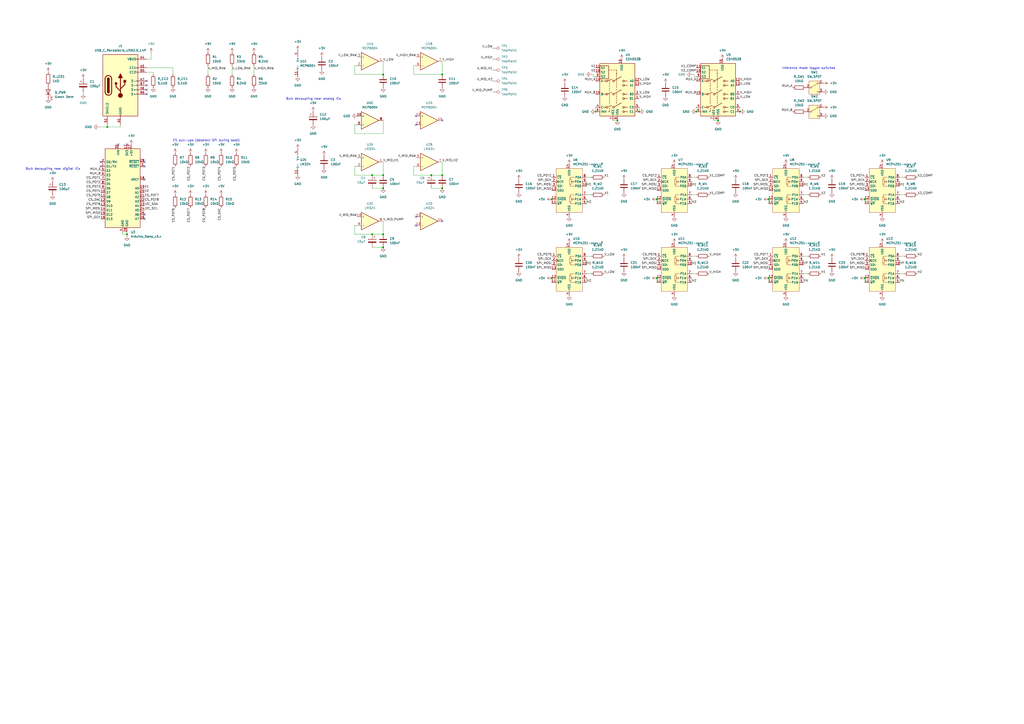
<source format=kicad_sch>
(kicad_sch (version 20250114) (generator "eeschema") (generator_version "9.0")
  (paper "A2")
  (text "Bulk decoupling near digital ICs" (at 30.734 98.044 0) (effects (font (size 1.27 1.27))))
  (text "Bulk decoupling near analog ICs" (at 181.864 57.404 0) (effects (font (size 1.27 1.27))))
  (text "Inference mode toggle switches" (at 469.138 39.624 0) (effects (font (size 1.27 1.27))))
  (text "CS pull-ups (deselect SPI during boot)" (at 119.634 81.534 0) (effects (font (size 1.27 1.27))))
  (junction (at 429.26 64.77))
  (junction (at 256.54 43.18))
  (junction (at 381 161.29))
  (junction (at 215.9 101.6))
  (junction (at 73.66 135.89))
  (junction (at 501.65 115.57))
  (junction (at 222.25 135.89))
  (junction (at 358.14 69.85))
  (junction (at 345.44 64.77))
  (junction (at 320.04 161.29))
  (junction (at 222.25 101.6))
  (junction (at 370.84 64.77))
  (junction (at 320.04 115.57))
  (junction (at 222.25 109.22))
  (junction (at 501.65 161.29))
  (junction (at 250.19 101.6))
  (junction (at 445.77 115.57))
  (junction (at 256.54 109.22))
  (junction (at 403.86 64.77))
  (junction (at 62.23 73.66))
  (junction (at 215.9 135.89))
  (junction (at 381 115.57))
  (junction (at 222.25 143.51))
  (junction (at 256.54 101.6))
  (junction (at 416.56 69.85))
  (junction (at 222.25 43.18))
  (junction (at 445.77 161.29))
  (no_connect (at 83.82 127))
  (no_connect (at 241.3 72.39))
  (no_connect (at 83.82 96.52))
  (no_connect (at 256.54 69.85))
  (no_connect (at 241.3 130.81))
  (no_connect (at 85.09 49.53))
  (no_connect (at 85.09 46.99))
  (no_connect (at 83.82 104.14))
  (no_connect (at 85.09 54.61))
  (no_connect (at 83.82 124.46))
  (no_connect (at 241.3 67.31))
  (no_connect (at 241.3 125.73))
  (no_connect (at 58.42 93.98))
  (no_connect (at 256.54 128.27))
  (no_connect (at 73.66 83.82))
  (no_connect (at 85.09 52.07))
  (no_connect (at 83.82 93.98))
  (no_connect (at 58.42 96.52))
  (no_connect (at 68.58 83.82))
  (wire (pts (xy 205.74 101.6) (xy 205.74 96.52)))
  (wire (pts (xy 401.32 115.57) (xy 401.32 118.11)))
  (wire (pts (xy 344.17 43.18) (xy 344.17 44.45)))
  (wire (pts (xy 501.65 115.57) (xy 501.65 118.11)))
  (wire (pts (xy 342.9 102.87) (xy 340.36 102.87)))
  (wire (pts (xy 215.9 135.89) (xy 205.74 135.89)))
  (wire (pts (xy 205.74 135.89) (xy 205.74 130.81)))
  (wire (pts (xy 342.9 148.59) (xy 340.36 148.59)))
  (wire (pts (xy 340.36 105.41) (xy 340.36 107.95)))
  (wire (pts (xy 340.36 115.57) (xy 340.36 118.11)))
  (wire (pts (xy 403.86 113.03) (xy 401.32 113.03)))
  (wire (pts (xy 205.74 96.52) (xy 207.01 96.52)))
  (wire (pts (xy 250.19 101.6) (xy 256.54 101.6)))
  (wire (pts (xy 524.51 158.75) (xy 521.97 158.75)))
  (wire (pts (xy 403.86 102.87) (xy 401.32 102.87)))
  (wire (pts (xy 85.09 41.91) (xy 88.9 41.91)))
  (wire (pts (xy 240.03 43.18) (xy 240.03 38.1)))
  (wire (pts (xy 205.74 72.39) (xy 207.01 72.39)))
  (wire (pts (xy 342.9 43.18) (xy 344.17 43.18)))
  (wire (pts (xy 401.32 105.41) (xy 401.32 107.95)))
  (wire (pts (xy 240.03 101.6) (xy 240.03 96.52)))
  (wire (pts (xy 521.97 151.13) (xy 521.97 153.67)))
  (wire (pts (xy 222.25 35.56) (xy 222.25 43.18)))
  (wire (pts (xy 429.26 62.23) (xy 429.26 64.77)))
  (wire (pts (xy 57.15 73.66) (xy 62.23 73.66)))
  (wire (pts (xy 205.74 101.6) (xy 215.9 101.6)))
  (wire (pts (xy 215.9 109.22) (xy 222.25 109.22)))
  (wire (pts (xy 222.25 69.85) (xy 222.25 77.47)))
  (wire (pts (xy 62.23 72.39) (xy 62.23 73.66)))
  (wire (pts (xy 215.9 101.6) (xy 222.25 101.6)))
  (wire (pts (xy 250.19 109.22) (xy 256.54 109.22)))
  (wire (pts (xy 215.9 143.51) (xy 222.25 143.51)))
  (wire (pts (xy 401.32 43.18) (xy 402.59 43.18)))
  (wire (pts (xy 69.85 73.66) (xy 62.23 73.66)))
  (wire (pts (xy 222.25 128.27) (xy 222.25 135.89)))
  (wire (pts (xy 401.32 151.13) (xy 401.32 153.67)))
  (wire (pts (xy 256.54 93.98) (xy 256.54 101.6)))
  (wire (pts (xy 501.65 161.29) (xy 501.65 163.83)))
  (wire (pts (xy 73.66 135.89) (xy 73.66 137.16)))
  (wire (pts (xy 222.25 77.47) (xy 205.74 77.47)))
  (wire (pts (xy 134.62 38.1) (xy 134.62 43.18)))
  (wire (pts (xy 340.36 161.29) (xy 340.36 163.83)))
  (wire (pts (xy 73.66 134.62) (xy 73.66 135.89)))
  (wire (pts (xy 414.02 69.85) (xy 416.56 69.85)))
  (wire (pts (xy 48.26 53.34) (xy 48.26 54.61)))
  (wire (pts (xy 381 115.57) (xy 381 118.11)))
  (wire (pts (xy 205.74 130.81) (xy 207.01 130.81)))
  (wire (pts (xy 468.63 158.75) (xy 466.09 158.75)))
  (wire (pts (xy 256.54 35.56) (xy 256.54 43.18)))
  (wire (pts (xy 85.09 34.29) (xy 87.63 34.29)))
  (wire (pts (xy 71.12 135.89) (xy 73.66 135.89)))
  (wire (pts (xy 521.97 161.29) (xy 521.97 163.83)))
  (wire (pts (xy 403.86 158.75) (xy 401.32 158.75)))
  (wire (pts (xy 250.19 101.6) (xy 240.03 101.6)))
  (wire (pts (xy 445.77 161.29) (xy 445.77 163.83)))
  (wire (pts (xy 468.63 102.87) (xy 466.09 102.87)))
  (wire (pts (xy 222.25 93.98) (xy 222.25 101.6)))
  (wire (pts (xy 524.51 148.59) (xy 521.97 148.59)))
  (wire (pts (xy 342.9 158.75) (xy 340.36 158.75)))
  (wire (pts (xy 147.32 38.1) (xy 147.32 43.18)))
  (wire (pts (xy 521.97 115.57) (xy 521.97 118.11)))
  (wire (pts (xy 466.09 105.41) (xy 466.09 107.95)))
  (wire (pts (xy 521.97 105.41) (xy 521.97 107.95)))
  (wire (pts (xy 468.63 113.03) (xy 466.09 113.03)))
  (wire (pts (xy 240.03 96.52) (xy 241.3 96.52)))
  (wire (pts (xy 403.86 62.23) (xy 403.86 64.77)))
  (wire (pts (xy 468.63 148.59) (xy 466.09 148.59)))
  (wire (pts (xy 205.74 38.1) (xy 207.01 38.1)))
  (wire (pts (xy 466.09 115.57) (xy 466.09 118.11)))
  (wire (pts (xy 524.51 113.03) (xy 521.97 113.03)))
  (wire (pts (xy 120.65 38.1) (xy 120.65 43.18)))
  (wire (pts (xy 71.12 134.62) (xy 71.12 135.89)))
  (wire (pts (xy 401.32 161.29) (xy 401.32 163.83)))
  (wire (pts (xy 381 161.29) (xy 381 163.83)))
  (wire (pts (xy 205.74 77.47) (xy 205.74 72.39)))
  (wire (pts (xy 402.59 44.45) (xy 403.86 44.45)))
  (wire (pts (xy 87.63 34.29) (xy 87.63 30.48)))
  (wire (pts (xy 88.9 41.91) (xy 88.9 43.18)))
  (wire (pts (xy 205.74 43.18) (xy 205.74 38.1)))
  (wire (pts (xy 240.03 38.1) (xy 241.3 38.1)))
  (wire (pts (xy 222.25 43.18) (xy 205.74 43.18)))
  (wire (pts (xy 402.59 43.18) (xy 402.59 44.45)))
  (wire (pts (xy 69.85 72.39) (xy 69.85 73.66)))
  (wire (pts (xy 344.17 44.45) (xy 345.44 44.45)))
  (wire (pts (xy 222.25 135.89) (xy 215.9 135.89)))
  (wire (pts (xy 524.51 102.87) (xy 521.97 102.87)))
  (wire (pts (xy 85.09 39.37) (xy 100.33 39.37)))
  (wire (pts (xy 320.04 161.29) (xy 320.04 163.83)))
  (wire (pts (xy 342.9 113.03) (xy 340.36 113.03)))
  (wire (pts (xy 370.84 62.23) (xy 370.84 64.77)))
  (wire (pts (xy 355.6 69.85) (xy 358.14 69.85)))
  (wire (pts (xy 340.36 151.13) (xy 340.36 153.67)))
  (wire (pts (xy 466.09 151.13) (xy 466.09 153.67)))
  (wire (pts (xy 403.86 148.59) (xy 401.32 148.59)))
  (wire (pts (xy 256.54 43.18) (xy 240.03 43.18)))
  (wire (pts (xy 445.77 115.57) (xy 445.77 118.11)))
  (wire (pts (xy 100.33 39.37) (xy 100.33 43.18)))
  (wire (pts (xy 345.44 62.23) (xy 345.44 64.77)))
  (wire (pts (xy 466.09 161.29) (xy 466.09 163.83)))
  (wire (pts (xy 320.04 115.57) (xy 320.04 118.11)))
  (label "V_HIGH_RAW" (at 147.32 40.64 0))
  (label "SPI_MISO" (at 501.65 110.49 180))
  (label "SPI_MOSI" (at 381 107.95 180))
  (label "MUX_B" (at 459.74 64.77 180))
  (label "V_MID_PUMP" (at 285.75 53.34 180))
  (label "V_HIGH" (at 411.48 148.59 0))
  (label "V_LOW" (at 429.26 57.15 0))
  (label "MUX_A" (at 459.74 50.8 180))
  (label "H1" (at 466.09 107.95 0))
  (label "SPI_SCK" (at 501.65 105.41 180))
  (label "V_MID_RAW" (at 207.01 125.73 180))
  (label "V_MID_H2" (at 285.75 46.99 180))
  (label "I2C_SCL" (at 83.82 121.92 0))
  (label "SPI_MISO" (at 58.42 124.46 180))
  (label "V_MID_H1" (at 285.75 40.64 180))
  (label "YP" (at 521.97 153.67 0))
  (label "MUX_B" (at 403.86 54.61 180))
  (label "SPI_MOSI" (at 381 153.67 180))
  (label "H1" (at 340.36 153.67 0))
  (label "CS_POT1" (at 320.04 102.87 180))
  (label "YN" (at 466.09 163.83 0))
  (label "CS_POT6" (at 58.42 119.38 180))
  (label "V_HIGH" (at 370.84 49.53 0))
  (label "CS_POT3" (at 119.38 96.52 270))
  (label "SPI_SCK" (at 501.65 151.13 180))
  (label "SPI_SCK" (at 381 151.13 180))
  (label "SPI_SCK" (at 58.42 127 180))
  (label "CS_DAC" (at 128.27 120.65 270))
  (label "SPI_MOSI" (at 501.65 107.95 180))
  (label "V_HIGH" (at 370.84 57.15 0))
  (label "SPI_SCK" (at 320.04 151.13 180))
  (label "H2" (at 340.36 118.11 0))
  (label "X2_COMP" (at 403.86 41.91 180))
  (label "X2" (at 476.25 113.03 0))
  (label "YP" (at 466.09 153.67 0))
  (label "CS_POT3" (at 445.77 102.87 180))
  (label "V_HIGH" (at 285.75 34.29 180))
  (label "CS_POT2" (at 110.49 96.52 270))
  (label "MUX_A" (at 403.86 46.99 180))
  (label "CS_POT6" (at 101.6 120.65 270))
  (label "SPI_MISO" (at 381 156.21 180))
  (label "MUX_A" (at 58.42 99.06 180))
  (label "X1_COMP" (at 403.86 39.37 180))
  (label "I2C_SDA" (at 83.82 119.38 0))
  (label "CS_POT4" (at 58.42 111.76 180))
  (label "MUX_A" (at 345.44 46.99 180))
  (label "X2" (at 476.25 102.87 0))
  (label "CS_POT3" (at 58.42 109.22 180))
  (label "CS_POT8" (at 83.82 116.84 0))
  (label "X2" (at 83.82 111.76 0))
  (label "V_MID_H2" (at 256.54 93.98 0))
  (label "SPI_SCK" (at 445.77 105.41 180))
  (label "CS_POT8" (at 119.38 120.65 270))
  (label "V_MID_RAW" (at 120.65 40.64 0))
  (label "V_MID_H1" (at 222.25 93.98 0))
  (label "CS_DAC" (at 58.42 116.84 180))
  (label "X1_COMP" (at 411.48 113.03 0))
  (label "SPI_MISO" (at 501.65 156.21 180))
  (label "H1" (at 521.97 107.95 0))
  (label "SPI_MOSI" (at 501.65 153.67 180))
  (label "V_LOW" (at 285.75 27.94 180))
  (label "SPI_MOSI" (at 320.04 153.67 180))
  (label "SPI_MOSI" (at 320.04 107.95 180))
  (label "CS_POT2" (at 58.42 106.68 180))
  (label "X1" (at 350.52 113.03 0))
  (label "X2" (at 345.44 41.91 180))
  (label "H2" (at 466.09 118.11 0))
  (label "CS_POT5" (at 58.42 114.3 180))
  (label "V_LOW" (at 350.52 148.59 0))
  (label "MUX_B" (at 345.44 54.61 180))
  (label "CS_POT7" (at 445.77 148.59 180))
  (label "SPI_MISO" (at 445.77 156.21 180))
  (label "H2" (at 532.13 158.75 0))
  (label "V_HIGH" (at 256.54 35.56 0))
  (label "V_MID_RAW" (at 207.01 91.44 180))
  (label "V_HIGH" (at 429.26 54.61 0))
  (label "X1" (at 345.44 39.37 180))
  (label "CS_POT1" (at 101.6 96.52 270))
  (label "SPI_SCK" (at 381 105.41 180))
  (label "SPI_MOSI" (at 445.77 107.95 180))
  (label "CS_POT1" (at 58.42 104.14 180))
  (label "SPI_MISO" (at 445.77 110.49 180))
  (label "H1" (at 401.32 153.67 0))
  (label "X1" (at 83.82 109.22 0))
  (label "CS_POT7" (at 83.82 114.3 0))
  (label "CS_POT4" (at 128.27 96.52 270))
  (label "CS_POT8" (at 501.65 148.59 180))
  (label "V_LOW_RAW" (at 207.01 33.02 180))
  (label "CS_POT5" (at 320.04 148.59 180))
  (label "H2" (at 401.32 118.11 0))
  (label "V_HIGH" (at 411.48 158.75 0))
  (label "X1_COMP" (at 411.48 102.87 0))
  (label "X2_COMP" (at 532.13 102.87 0))
  (label "H2" (at 340.36 163.83 0))
  (label "H2" (at 521.97 118.11 0))
  (label "V_MID_PUMP" (at 222.25 128.27 0))
  (label "SPI_MISO" (at 320.04 156.21 180))
  (label "YN" (at 521.97 163.83 0))
  (label "SPI_MOSI" (at 445.77 153.67 180))
  (label "SPI_MISO" (at 381 110.49 180))
  (label "SPI_MOSI" (at 58.42 121.92 180))
  (label "CS_POT6" (at 381 148.59 180))
  (label "CS_POT7" (at 110.49 120.65 270))
  (label "V_MID_RAW" (at 241.3 91.44 180))
  (label "V_HIGH_RAW" (at 241.3 33.02 180))
  (label "H2" (at 532.13 148.59 0))
  (label "V_LOW" (at 429.26 49.53 0))
  (label "SPI_MISO" (at 320.04 110.49 180))
  (label "V_HIGH" (at 429.26 46.99 0))
  (label "H1" (at 476.25 148.59 0))
  (label "H1" (at 340.36 107.95 0))
  (label "V_LOW_RAW" (at 134.62 40.64 0))
  (label "CS_POT2" (at 381 102.87 180))
  (label "V_LOW" (at 350.52 158.75 0))
  (label "V_LOW" (at 370.84 54.61 0))
  (label "SPI_SCK" (at 320.04 105.41 180))
  (label "V_LOW" (at 370.84 46.99 0))
  (label "CS_POT4" (at 501.65 102.87 180))
  (label "H1" (at 401.32 107.95 0))
  (label "X2_COMP" (at 532.13 113.03 0))
  (label "MUX_B" (at 58.42 101.6 180))
  (label "CS_POT5" (at 137.16 96.52 270))
  (label "H2" (at 401.32 163.83 0))
  (label "H1" (at 476.25 158.75 0))
  (label "X1" (at 350.52 102.87 0))
  (label "V_LOW" (at 222.25 35.56 0))
  (label "SPI_SCK" (at 445.77 151.13 180))
  (symbol (lib_id "power:GND") (at 100.33 50.8 0) (unit 1)
    (property "Reference" "#PWR09" (effects (hide yes)))
    (property "Value" "GND" (at 100.33 55.88 0))
    (property "Description" "Power symbol creates a global label with name \"GND\" , ground" (effects (hide yes)))
  )
  (symbol (lib_id "Device:C") (at 482.6 107.95 0) (unit 1)
    (property "Reference" "C19" (at 486.41 106.6799 0) (effects (justify left)))
    (property "Value" "100nF" (at 486.41 109.2199 0) (effects (justify left)))
    (property "Description" "Unpolarized capacitor" (effects (hide yes)))
  )
  (symbol (lib_id "power:GND") (at 477.52 67.31 90) (unit 1)
    (property "Reference" "#PWR061" (effects (hide yes)))
    (property "Value" "GND" (at 481.33 67.3099 90) (effects (justify right)))
    (property "Description" "Power symbol creates a global label with name \"GND\" , ground" (effects (hide yes)))
  )
  (symbol (lib_id "power:+5V") (at 327.66 48.26 0) (unit 1)
    (property "Reference" "#PWR050" (effects (hide yes)))
    (property "Value" "+5V" (at 327.66 43.18 0))
    (property "Description" "Power symbol creates a global label with name \"+5V\"" (effects (hide yes)))
  )
  (symbol (lib_id "Potentiometer_Digital:MCP4251-xxxx-P") (at 330.2 156.21 0) (unit 1)
    (property "Reference" "U10" (at 332.3433 138.43 0) (effects (justify left)))
    (property "Value" "MCP4251-xxxx-P" (at 332.3433 140.97 0) (effects (justify left)))
    (property "Footprint" "Package_DIP:DIP-14_W7.62mm" (effects (hide yes)))
    (property "Datasheet" "http://ww1.microchip.com/downloads/en/devicedoc/22060b.pdf" (effects (hide yes)))
    (property "Description" "Dual 8 Bit Digital Pot, SPI, Volatile Memory, PDIP-14" (effects (hide yes)))
  )
  (symbol (lib_id "power:GND") (at 172.72 44.45 0) (unit 1)
    (property "Reference" "#PWR017" (effects (hide yes)))
    (property "Value" "GND" (at 172.72 49.53 0))
    (property "Description" "Power symbol creates a global label with name \"GND\" , ground" (effects (hide yes)))
  )
  (symbol (lib_id "power:GND") (at 416.56 69.85 0) (unit 1)
    (property "Reference" "#PWR053" (effects (hide yes)))
    (property "Value" "GND" (at 416.56 74.93 0))
    (property "Description" "Power symbol creates a global label with name \"GND\" , ground" (effects (hide yes)))
  )
  (symbol (lib_id "power:+5V") (at 186.69 33.02 0) (unit 1)
    (property "Reference" "#PWR018" (effects (hide yes)))
    (property "Value" "+5V" (at 186.69 27.94 0))
    (property "Description" "Power symbol creates a global label with name \"+5V\"" (effects (hide yes)))
  )
  (symbol (lib_id "Device:C_Polarized") (at 215.9 105.41 0) (mirror y) (unit 1)
    (property "Reference" "C4" (at 212.09 103.2509 0) (effects (justify left)))
    (property "Value" "10µF" (at 212.09 105.7909 0) (effects (justify left)))
    (property "Description" "Polarized capacitor" (effects (hide yes)))
  )
  (symbol (lib_id "power:GND") (at 511.81 125.73 0) (unit 1)
    (property "Reference" "#PWR073" (effects (hide yes)))
    (property "Value" "GND" (at 511.81 130.81 0))
    (property "Description" "Power symbol creates a global label with name \"GND\" , ground" (effects (hide yes)))
  )
  (symbol (lib_id "power:+5V") (at 361.95 149.86 0) (unit 1)
    (property "Reference" "#PWR096" (effects (hide yes)))
    (property "Value" "+5V" (at 361.95 144.78 0))
    (property "Description" "Power symbol creates a global label with name \"+5V\"" (effects (hide yes)))
  )
  (symbol (lib_id "power:GND") (at 482.6 157.48 0) (unit 1)
    (property "Reference" "#PWR0101" (effects (hide yes)))
    (property "Value" "GND" (at 482.6 162.56 0))
    (property "Description" "Power symbol creates a global label with name \"GND\" , ground" (effects (hide yes)))
  )
  (symbol (lib_id "Connector:TestPoint") (at 285.75 34.29 270) (unit 1)
    (property "Reference" "TP2" (at 290.83 33.0199 90) (effects (justify left)))
    (property "Value" "TestPoint" (at 290.83 35.5599 90) (effects (justify left)))
    (property "Description" "test point" (effects (hide yes)))
  )
  (symbol (lib_id "power:+5V") (at 511.81 140.97 0) (unit 1)
    (property "Reference" "#PWR084" (effects (hide yes)))
    (property "Value" "+5V" (at 511.81 135.89 0))
    (property "Description" "Power symbol creates a global label with name \"+5V\"" (effects (hide yes)))
  )
  (symbol (lib_id "power:+5V") (at 137.16 88.9 0) (unit 1)
    (property "Reference" "#PWR039" (effects (hide yes)))
    (property "Value" "+5V" (at 137.16 83.82 0))
    (property "Description" "Power symbol creates a global label with name \"+5V\"" (effects (hide yes)))
  )
  (symbol (lib_id "power:+5V") (at 300.99 149.86 0) (unit 1)
    (property "Reference" "#PWR094" (effects (hide yes)))
    (property "Value" "+5V" (at 300.99 144.78 0))
    (property "Description" "Power symbol creates a global label with name \"+5V\"" (effects (hide yes)))
  )
  (symbol (lib_id "power:GND") (at 207.01 67.31 270) (unit 1)
    (property "Reference" "#PWR021" (effects (hide yes)))
    (property "Value" "GND" (at 203.2 67.3099 90) (effects (justify right)))
    (property "Description" "Power symbol creates a global label with name \"GND\" , ground" (effects (hide yes)))
  )
  (symbol (lib_id "Amplifier_Operational:LM324") (at 248.92 93.98 0) (unit 2)
    (property "Reference" "U2" (at 248.92 83.82 0))
    (property "Value" "LM324" (at 248.92 86.36 0))
    (property "Datasheet" "http://www.ti.com/lit/ds/symlink/lm2902-n.pdf" (effects (hide yes)))
    (property "Description" "Low-Power, Quad-Operational Amplifiers, DIP-14/SOIC-14/SSOP-14" (effects (hide yes)))
  )
  (symbol (lib_id "Device:R") (at 134.62 34.29 0) (unit 1)
    (property "Reference" "R3" (at 137.16 33.0199 0) (effects (justify left)))
    (property "Value" "33kΩ" (at 137.16 35.5599 0) (effects (justify left)))
    (property "Description" "Resistor" (effects (hide yes)))
  )
  (symbol (lib_id "Device:R") (at 134.62 46.99 0) (unit 1)
    (property "Reference" "R4" (at 137.16 45.7199 0) (effects (justify left)))
    (property "Value" "8.2kΩ" (at 137.16 48.2599 0) (effects (justify left)))
    (property "Description" "Resistor" (effects (hide yes)))
  )
  (symbol (lib_id "Device:R") (at 407.67 148.59 90) (unit 1)
    (property "Reference" "R_W11" (at 407.67 142.24 90))
    (property "Value" "1.21kΩ" (at 407.67 144.78 90))
    (property "Description" "Resistor" (effects (hide yes)))
  )
  (symbol (lib_id "power:+5V") (at 120.65 30.48 0) (unit 1)
    (property "Reference" "#PWR03" (effects (hide yes)))
    (property "Value" "+5V" (at 120.65 25.4 0))
    (property "Description" "Power symbol creates a global label with name \"+5V\"" (effects (hide yes)))
  )
  (symbol (lib_id "Device:R") (at 119.38 92.71 0) (unit 1)
    (property "Reference" "R9" (at 121.92 91.4399 0) (effects (justify left)))
    (property "Value" "10kΩ" (at 121.92 93.9799 0) (effects (justify left)))
    (property "Description" "Resistor" (effects (hide yes)))
  )
  (symbol (lib_id "Device:C_Polarized") (at 48.26 49.53 0) (unit 1)
    (property "Reference" "C1" (at 52.07 47.3709 0) (effects (justify left)))
    (property "Value" "100µF" (at 52.07 49.9109 0) (effects (justify left)))
    (property "Description" "Polarized capacitor" (effects (hide yes)))
  )
  (symbol (lib_id "Device:C") (at 426.72 107.95 0) (unit 1)
    (property "Reference" "C18" (at 430.53 106.6799 0) (effects (justify left)))
    (property "Value" "100nF" (at 430.53 109.2199 0) (effects (justify left)))
    (property "Description" "Unpolarized capacitor" (effects (hide yes)))
  )
  (symbol (lib_id "power:GND") (at 401.32 43.18 270) (unit 1)
    (property "Reference" "#PWR051" (effects (hide yes)))
    (property "Value" "GND" (at 397.51 43.1799 90) (effects (justify right)))
    (property "Description" "Power symbol creates a global label with name \"GND\" , ground" (effects (hide yes)))
  )
  (symbol (lib_id "power:GND") (at 361.95 111.76 0) (unit 1)
    (property "Reference" "#PWR089" (effects (hide yes)))
    (property "Value" "GND" (at 361.95 116.84 0))
    (property "Description" "Power symbol creates a global label with name \"GND\" , ground" (effects (hide yes)))
  )
  (symbol (lib_id "Device:R") (at 407.67 158.75 270) (unit 1)
    (property "Reference" "R_W12" (at 407.67 152.4 90))
    (property "Value" "1.21kΩ" (at 407.67 154.94 90))
    (property "Description" "Resistor" (effects (hide yes)))
  )
  (symbol (lib_id "power:+5V") (at 119.38 113.03 0) (unit 1)
    (property "Reference" "#PWR042" (effects (hide yes)))
    (property "Value" "+5V" (at 119.38 107.95 0))
    (property "Description" "Power symbol creates a global label with name \"+5V\"" (effects (hide yes)))
  )
  (symbol (lib_id "Device:C") (at 256.54 105.41 0) (unit 1)
    (property "Reference" "C7" (at 260.35 104.1399 0) (effects (justify left)))
    (property "Value" "100nF" (at 260.35 106.6799 0) (effects (justify left)))
    (property "Description" "Unpolarized capacitor" (effects (hide yes)))
  )
  (symbol (lib_id "Device:R") (at 472.44 158.75 270) (unit 1)
    (property "Reference" "R_W14" (at 472.44 152.4 90))
    (property "Value" "1.21kΩ" (at 472.44 154.94 90))
    (property "Description" "Resistor" (effects (hide yes)))
  )
  (symbol (lib_id "power:+5V") (at 110.49 113.03 0) (unit 1)
    (property "Reference" "#PWR041" (effects (hide yes)))
    (property "Value" "+5V" (at 110.49 107.95 0))
    (property "Description" "Power symbol creates a global label with name \"+5V\"" (effects (hide yes)))
  )
  (symbol (lib_id "Device:R") (at 407.67 113.03 270) (unit 1)
    (property "Reference" "R_W4" (at 407.67 106.68 90))
    (property "Value" "1.21kΩ" (at 407.67 109.22 90))
    (property "Description" "Resistor" (effects (hide yes)))
  )
  (symbol (lib_id "Device:C") (at 300.99 153.67 0) (unit 1)
    (property "Reference" "C20" (at 304.8 152.3999 0) (effects (justify left)))
    (property "Value" "100nF" (at 304.8 154.9399 0) (effects (justify left)))
    (property "Description" "Unpolarized capacitor" (effects (hide yes)))
  )
  (symbol (lib_id "power:GND") (at 222.25 109.22 0) (unit 1)
    (property "Reference" "#PWR026" (effects (hide yes)))
    (property "Value" "GND" (at 222.25 114.3 0))
    (property "Description" "Power symbol creates a global label with name \"GND\" , ground" (effects (hide yes)))
  )
  (symbol (lib_id "Amplifier_Operational:MCP6004") (at 248.92 69.85 0) (unit 4)
    (property "Reference" "U1" (at 248.92 59.69 0))
    (property "Value" "MCP6004" (at 248.92 62.23 0))
    (property "Datasheet" "http://ww1.microchip.com/downloads/en/DeviceDoc/21733j.pdf" (effects (hide yes)))
    (property "Description" "1MHz, Low-Power Op Amp, DIP-14/SOIC-14/TSSOP-14" (effects (hide yes)))
  )
  (symbol (lib_id "Amplifier_Operational:MCP6004") (at 214.63 69.85 0) (unit 3)
    (property "Reference" "U1" (at 214.63 59.69 0))
    (property "Value" "MCP6004" (at 214.63 62.23 0))
    (property "Datasheet" "http://ww1.microchip.com/downloads/en/DeviceDoc/21733j.pdf" (effects (hide yes)))
    (property "Description" "1MHz, Low-Power Op Amp, DIP-14/SOIC-14/TSSOP-14" (effects (hide yes)))
  )
  (symbol (lib_id "power:+5V") (at 330.2 95.25 0) (unit 1)
    (property "Reference" "#PWR062" (effects (hide yes)))
    (property "Value" "+5V" (at 330.2 90.17 0))
    (property "Description" "Power symbol creates a global label with name \"+5V\"" (effects (hide yes)))
  )
  (symbol (lib_id "Switch:SW_SPDT") (at 472.44 64.77 0) (unit 1)
    (property "Reference" "SW2" (at 472.44 55.88 0))
    (property "Value" "SW_SPDT" (at 472.44 58.42 0))
    (property "Description" "Switch, single pole double throw" (effects (hide yes)))
  )
  (symbol (lib_id "power:+5V") (at 101.6 113.03 0) (unit 1)
    (property "Reference" "#PWR040" (effects (hide yes)))
    (property "Value" "+5V" (at 101.6 107.95 0))
    (property "Description" "Power symbol creates a global label with name \"+5V\"" (effects (hide yes)))
  )
  (symbol (lib_id "power:+5V") (at 181.61 64.77 0) (unit 1)
    (property "Reference" "#PWR031" (effects (hide yes)))
    (property "Value" "+5V" (at 181.61 59.69 0))
    (property "Description" "Power symbol creates a global label with name \"+5V\"" (effects (hide yes)))
  )
  (symbol (lib_id "power:GND") (at 73.66 137.16 0) (unit 1)
    (property "Reference" "#PWR034" (effects (hide yes)))
    (property "Value" "GND" (at 73.66 142.24 0))
    (property "Description" "Power symbol creates a global label with name \"GND\" , ground" (effects (hide yes)))
  )
  (symbol (lib_id "Connector:USB_C_Receptacle_USB2.0_14P") (at 69.85 49.53 0) (unit 1)
    (property "Reference" "J1" (at 69.85 26.67 0))
    (property "Value" "USB_C_Receptacle_USB2.0_14P" (at 69.85 29.21 0))
    (property "Datasheet" "https://www.usb.org/sites/default/files/documents/usb_type-c.zip" (effects (hide yes)))
    (property "Description" "USB 2.0-only 14P Type-C Receptacle connector" (effects (hide yes)))
  )
  (symbol (lib_id "Device:R") (at 101.6 92.71 0) (unit 1)
    (property "Reference" "R7" (at 104.14 91.4399 0) (effects (justify left)))
    (property "Value" "10kΩ" (at 104.14 93.9799 0) (effects (justify left)))
    (property "Description" "Resistor" (effects (hide yes)))
  )
  (symbol (lib_id "Device:R") (at 137.16 92.71 0) (unit 1)
    (property "Reference" "R11" (at 139.7 91.4399 0) (effects (justify left)))
    (property "Value" "10kΩ" (at 139.7 93.9799 0) (effects (justify left)))
    (property "Description" "Resistor" (effects (hide yes)))
  )
  (symbol (lib_id "Device:C") (at 300.99 107.95 0) (unit 1)
    (property "Reference" "C16" (at 304.8 106.6799 0) (effects (justify left)))
    (property "Value" "100nF" (at 304.8 109.2199 0) (effects (justify left)))
    (property "Description" "Unpolarized capacitor" (effects (hide yes)))
  )
  (symbol (lib_id "Potentiometer_Digital:MCP4251-xxxx-P") (at 455.93 156.21 0) (unit 1)
    (property "Reference" "U12" (at 458.0733 138.43 0) (effects (justify left)))
    (property "Value" "MCP4251-xxxx-P" (at 458.0733 140.97 0) (effects (justify left)))
    (property "Footprint" "Package_DIP:DIP-14_W7.62mm" (effects (hide yes)))
    (property "Datasheet" "http://ww1.microchip.com/downloads/en/devicedoc/22060b.pdf" (effects (hide yes)))
    (property "Description" "Dual 8 Bit Digital Pot, SPI, Volatile Memory, PDIP-14" (effects (hide yes)))
  )
  (symbol (lib_id "Device:R") (at 472.44 148.59 90) (unit 1)
    (property "Reference" "R_W13" (at 472.44 142.24 90))
    (property "Value" "1.21kΩ" (at 472.44 144.78 90))
    (property "Description" "Resistor" (effects (hide yes)))
  )
  (symbol (lib_id "Device:R") (at 120.65 46.99 0) (unit 1)
    (property "Reference" "R2" (at 123.19 45.7199 0) (effects (justify left)))
    (property "Value" "10kΩ" (at 123.19 48.2599 0) (effects (justify left)))
    (property "Description" "Resistor" (effects (hide yes)))
  )
  (symbol (lib_id "power:GND") (at 403.86 64.77 270) (unit 1)
    (property "Reference" "#PWR052" (effects (hide yes)))
    (property "Value" "GND" (at 400.05 64.7699 90) (effects (justify right)))
    (property "Description" "Power symbol creates a global label with name \"GND\" , ground" (effects (hide yes)))
  )
  (symbol (lib_id "Potentiometer_Digital:MCP4251-xxxx-P") (at 391.16 110.49 0) (unit 1)
    (property "Reference" "U7" (at 393.3033 92.71 0) (effects (justify left)))
    (property "Value" "MCP4251-xxxx-P" (at 393.3033 95.25 0) (effects (justify left)))
    (property "Footprint" "Package_DIP:DIP-14_W7.62mm" (effects (hide yes)))
    (property "Datasheet" "http://ww1.microchip.com/downloads/en/devicedoc/22060b.pdf" (effects (hide yes)))
    (property "Description" "Dual 8 Bit Digital Pot, SPI, Volatile Memory, PDIP-14" (effects (hide yes)))
  )
  (symbol (lib_id "Device:C_Polarized") (at 181.61 68.58 0) (unit 1)
    (property "Reference" "C12" (at 185.42 66.4209 0) (effects (justify left)))
    (property "Value" "100µF" (at 185.42 68.9609 0) (effects (justify left)))
    (property "Description" "Polarized capacitor" (effects (hide yes)))
  )
  (symbol (lib_id "power:GND") (at 429.26 64.77 90) (unit 1)
    (property "Reference" "#PWR055" (effects (hide yes)))
    (property "Value" "GND" (at 433.07 64.7699 90) (effects (justify right)))
    (property "Description" "Power symbol creates a global label with name \"GND\" , ground" (effects (hide yes)))
  )
  (symbol (lib_id "Device:R") (at 528.32 113.03 270) (unit 1)
    (property "Reference" "R_W8" (at 528.32 106.68 90))
    (property "Value" "1.21kΩ" (at 528.32 109.22 90))
    (property "Description" "Resistor" (effects (hide yes)))
  )
  (symbol (lib_id "Device:R") (at 472.44 113.03 270) (unit 1)
    (property "Reference" "R_W6" (at 472.44 106.68 90))
    (property "Value" "1.21kΩ" (at 472.44 109.22 90))
    (property "Description" "Resistor" (effects (hide yes)))
  )
  (symbol (lib_id "power:+5V") (at 511.81 95.25 0) (unit 1)
    (property "Reference" "#PWR072" (effects (hide yes)))
    (property "Value" "+5V" (at 511.81 90.17 0))
    (property "Description" "Power symbol creates a global label with name \"+5V\"" (effects (hide yes)))
  )
  (symbol (lib_id "power:GND") (at 370.84 64.77 90) (unit 1)
    (property "Reference" "#PWR048" (effects (hide yes)))
    (property "Value" "GND" (at 374.65 64.7699 90) (effects (justify right)))
    (property "Description" "Power symbol creates a global label with name \"GND\" , ground" (effects (hide yes)))
  )
  (symbol (lib_id "power:GND") (at 455.93 125.73 0) (unit 1)
    (property "Reference" "#PWR070" (effects (hide yes)))
    (property "Value" "GND" (at 455.93 130.81 0))
    (property "Description" "Power symbol creates a global label with name \"GND\" , ground" (effects (hide yes)))
  )
  (symbol (lib_id "Device:R") (at 463.55 64.77 90) (unit 1)
    (property "Reference" "R_SW2" (at 463.55 58.42 90))
    (property "Value" "10kΩ" (at 463.55 60.96 90))
    (property "Description" "Resistor" (effects (hide yes)))
  )
  (symbol (lib_id "Device:R") (at 528.32 158.75 270) (unit 1)
    (property "Reference" "R_W16" (at 528.32 152.4 90))
    (property "Value" "1.21kΩ" (at 528.32 154.94 90))
    (property "Description" "Resistor" (effects (hide yes)))
  )
  (symbol (lib_id "power:GND") (at 361.95 157.48 0) (unit 1)
    (property "Reference" "#PWR097" (effects (hide yes)))
    (property "Value" "GND" (at 361.95 162.56 0))
    (property "Description" "Power symbol creates a global label with name \"GND\" , ground" (effects (hide yes)))
  )
  (symbol (lib_id "Device:R") (at 528.32 102.87 90) (unit 1)
    (property "Reference" "R_W7" (at 528.32 96.52 90))
    (property "Value" "1.21kΩ" (at 528.32 99.06 90))
    (property "Description" "Resistor" (effects (hide yes)))
  )
  (symbol (lib_id "power:GND") (at 256.54 109.22 0) (unit 1)
    (property "Reference" "#PWR027" (effects (hide yes)))
    (property "Value" "GND" (at 256.54 114.3 0))
    (property "Description" "Power symbol creates a global label with name \"GND\" , ground" (effects (hide yes)))
  )
  (symbol (lib_id "power:+5V") (at 445.77 115.57 90) (unit 1)
    (property "Reference" "#PWR068" (effects (hide yes)))
    (property "Value" "+5V" (at 441.96 115.5699 90) (effects (justify left)))
    (property "Description" "Power symbol creates a global label with name \"+5V\"" (effects (hide yes)))
  )
  (symbol (lib_id "power:GND") (at 327.66 55.88 0) (unit 1)
    (property "Reference" "#PWR049" (effects (hide yes)))
    (property "Value" "GND" (at 327.66 60.96 0))
    (property "Description" "Power symbol creates a global label with name \"GND\" , ground" (effects (hide yes)))
  )
  (symbol (lib_id "Amplifier_Operational:MCP6004") (at 248.92 35.56 0) (unit 2)
    (property "Reference" "U1" (at 248.92 25.4 0))
    (property "Value" "MCP6004" (at 248.92 27.94 0))
    (property "Datasheet" "http://ww1.microchip.com/downloads/en/DeviceDoc/21733j.pdf" (effects (hide yes)))
    (property "Description" "1MHz, Low-Power Op Amp, DIP-14/SOIC-14/TSSOP-14" (effects (hide yes)))
  )
  (symbol (lib_id "power:+5V") (at 455.93 140.97 0) (unit 1)
    (property "Reference" "#PWR081" (effects (hide yes)))
    (property "Value" "+5V" (at 455.93 135.89 0))
    (property "Description" "Power symbol creates a global label with name \"+5V\"" (effects (hide yes)))
  )
  (symbol (lib_id "Device:C") (at 222.25 105.41 0) (unit 1)
    (property "Reference" "C5" (at 226.06 104.1399 0) (effects (justify left)))
    (property "Value" "100nF" (at 226.06 106.6799 0) (effects (justify left)))
    (property "Description" "Unpolarized capacitor" (effects (hide yes)))
  )
  (symbol (lib_id "power:GND") (at 256.54 50.8 0) (unit 1)
    (property "Reference" "#PWR020" (effects (hide yes)))
    (property "Value" "GND" (at 256.54 55.88 0))
    (property "Description" "Power symbol creates a global label with name \"GND\" , ground" (effects (hide yes)))
  )
  (symbol (lib_id "power:GND") (at 134.62 50.8 0) (unit 1)
    (property "Reference" "#PWR013" (effects (hide yes)))
    (property "Value" "GND" (at 134.62 55.88 0))
    (property "Description" "Power symbol creates a global label with name \"GND\" , ground" (effects (hide yes)))
  )
  (symbol (lib_id "Device:R") (at 147.32 34.29 0) (unit 1)
    (property "Reference" "R5" (at 149.86 33.0199 0) (effects (justify left)))
    (property "Value" "8.2kΩ" (at 149.86 35.5599 0) (effects (justify left)))
    (property "Description" "Resistor" (effects (hide yes)))
  )
  (symbol (lib_id "power:GND") (at 330.2 171.45 0) (unit 1)
    (property "Reference" "#PWR076" (effects (hide yes)))
    (property "Value" "GND" (at 330.2 176.53 0))
    (property "Description" "Power symbol creates a global label with name \"GND\" , ground" (effects (hide yes)))
  )
  (symbol (lib_id "Amplifier_Operational:MCP6004") (at 214.63 35.56 0) (unit 1)
    (property "Reference" "U1" (at 214.63 25.4 0))
    (property "Value" "MCP6004" (at 214.63 27.94 0))
    (property "Datasheet" "http://ww1.microchip.com/downloads/en/DeviceDoc/21733j.pdf" (effects (hide yes)))
    (property "Description" "1MHz, Low-Power Op Amp, DIP-14/SOIC-14/TSSOP-14" (effects (hide yes)))
  )
  (symbol (lib_id "Device:C") (at 327.66 52.07 0) (unit 1)
    (property "Reference" "C14" (at 331.47 50.7999 0) (effects (justify left)))
    (property "Value" "100nF" (at 331.47 53.3399 0) (effects (justify left)))
    (property "Description" "Unpolarized capacitor" (effects (hide yes)))
  )
  (symbol (lib_id "Device:R") (at 128.27 92.71 0) (unit 1)
    (property "Reference" "R10" (at 130.81 91.4399 0) (effects (justify left)))
    (property "Value" "10kΩ" (at 130.81 93.9799 0) (effects (justify left)))
    (property "Description" "Resistor" (effects (hide yes)))
  )
  (symbol (lib_id "power:+5V") (at 381 115.57 90) (unit 1)
    (property "Reference" "#PWR065" (effects (hide yes)))
    (property "Value" "+5V" (at 377.19 115.5699 90) (effects (justify left)))
    (property "Description" "Power symbol creates a global label with name \"+5V\"" (effects (hide yes)))
  )
  (symbol (lib_id "power:GND") (at 391.16 171.45 0) (unit 1)
    (property "Reference" "#PWR079" (effects (hide yes)))
    (property "Value" "GND" (at 391.16 176.53 0))
    (property "Description" "Power symbol creates a global label with name \"GND\" , ground" (effects (hide yes)))
  )
  (symbol (lib_id "Analog_Switch:CD4053B") (at 416.56 52.07 0) (unit 1)
    (property "Reference" "U5" (at 421.2433 31.75 0) (effects (justify left)))
    (property "Value" "CD4053B" (at 421.2433 34.29 0) (effects (justify left)))
    (property "Datasheet" "http://www.ti.com/lit/ds/symlink/cd4052b.pdf" (effects (hide yes)))
    (property "Description" "CMOS triple 2-channel analog multiplexer/demultiplexer, TSSOP-16/DIP-16/SOIC-16" (effects (hide yes)))
  )
  (symbol (lib_id "Device:R") (at 346.71 102.87 90) (unit 1)
    (property "Reference" "R_W1" (at 346.71 96.52 90))
    (property "Value" "1.21kΩ" (at 346.71 99.06 90))
    (property "Description" "Resistor" (effects (hide yes)))
  )
  (symbol (lib_id "Connector:TestPoint") (at 285.75 46.99 270) (unit 1)
    (property "Reference" "TP4" (at 290.83 45.7199 90) (effects (justify left)))
    (property "Value" "TestPoint" (at 290.83 48.2599 90) (effects (justify left)))
    (property "Description" "test point" (effects (hide yes)))
  )
  (symbol (lib_id "power:+5V") (at 455.93 95.25 0) (unit 1)
    (property "Reference" "#PWR069" (effects (hide yes)))
    (property "Value" "+5V" (at 455.93 90.17 0))
    (property "Description" "Power symbol creates a global label with name \"+5V\"" (effects (hide yes)))
  )
  (symbol (lib_id "power:+5V") (at 76.2 83.82 0) (unit 1)
    (property "Reference" "#PWR033" (effects (hide yes)))
    (property "Value" "+5V" (at 76.2 78.74 0))
    (property "Description" "Power symbol creates a global label with name \"+5V\"" (effects (hide yes)))
  )
  (symbol (lib_id "power:+5V") (at 172.72 86.36 0) (unit 1)
    (property "Reference" "#PWR024" (effects (hide yes)))
    (property "Value" "+5V" (at 172.72 81.28 0))
    (property "Description" "Power symbol creates a global label with name \"+5V\"" (effects (hide yes)))
  )
  (symbol (lib_id "power:GND") (at 342.9 43.18 270) (unit 1)
    (property "Reference" "#PWR047" (effects (hide yes)))
    (property "Value" "GND" (at 339.09 43.1799 90) (effects (justify right)))
    (property "Description" "Power symbol creates a global label with name \"GND\" , ground" (effects (hide yes)))
  )
  (symbol (lib_id "power:GND") (at 57.15 73.66 270) (unit 1)
    (property "Reference" "#PWR02" (effects (hide yes)))
    (property "Value" "GND" (at 53.34 73.6599 90) (effects (justify right)))
    (property "Description" "Power symbol creates a global label with name \"GND\" , ground" (effects (hide yes)))
  )
  (symbol (lib_id "power:+5V") (at 482.6 149.86 0) (unit 1)
    (property "Reference" "#PWR0100" (effects (hide yes)))
    (property "Value" "+5V" (at 482.6 144.78 0))
    (property "Description" "Power symbol creates a global label with name \"+5V\"" (effects (hide yes)))
  )
  (symbol (lib_id "Device:R") (at 101.6 116.84 0) (unit 1)
    (property "Reference" "R12" (at 104.14 115.5699 0) (effects (justify left)))
    (property "Value" "10kΩ" (at 104.14 118.1099 0) (effects (justify left)))
    (property "Description" "Resistor" (effects (hide yes)))
  )
  (symbol (lib_id "Potentiometer_Digital:MCP4251-xxxx-P") (at 330.2 110.49 0) (unit 1)
    (property "Reference" "U6" (at 332.3433 92.71 0) (effects (justify left)))
    (property "Value" "MCP4251-xxxx-P" (at 332.3433 95.25 0) (effects (justify left)))
    (property "Footprint" "Package_DIP:DIP-14_W7.62mm" (effects (hide yes)))
    (property "Datasheet" "http://ww1.microchip.com/downloads/en/devicedoc/22060b.pdf" (effects (hide yes)))
    (property "Description" "Dual 8 Bit Digital Pot, SPI, Volatile Memory, PDIP-14" (effects (hide yes)))
  )
  (symbol (lib_id "power:+5V") (at 426.72 149.86 0) (unit 1)
    (property "Reference" "#PWR098" (effects (hide yes)))
    (property "Value" "+5V" (at 426.72 144.78 0))
    (property "Description" "Power symbol creates a global label with name \"+5V\"" (effects (hide yes)))
  )
  (symbol (lib_id "power:+5V") (at 501.65 115.57 90) (unit 1)
    (property "Reference" "#PWR071" (effects (hide yes)))
    (property "Value" "+5V" (at 497.84 115.5699 90) (effects (justify left)))
    (property "Description" "Power symbol creates a global label with name \"+5V\"" (effects (hide yes)))
  )
  (symbol (lib_id "Analog_Switch:CD4053B") (at 358.14 52.07 0) (unit 1)
    (property "Reference" "U4" (at 362.8233 31.75 0) (effects (justify left)))
    (property "Value" "CD4053B" (at 362.8233 34.29 0) (effects (justify left)))
    (property "Datasheet" "http://www.ti.com/lit/ds/symlink/cd4052b.pdf" (effects (hide yes)))
    (property "Description" "CMOS triple 2-channel analog multiplexer/demultiplexer, TSSOP-16/DIP-16/SOIC-16" (effects (hide yes)))
  )
  (symbol (lib_id "power:+5V") (at 330.2 140.97 0) (unit 1)
    (property "Reference" "#PWR075" (effects (hide yes)))
    (property "Value" "+5V" (at 330.2 135.89 0))
    (property "Description" "Power symbol creates a global label with name \"+5V\"" (effects (hide yes)))
  )
  (symbol (lib_id "Amplifier_Operational:LM324") (at 214.63 93.98 0) (unit 1)
    (property "Reference" "U2" (at 214.63 83.82 0))
    (property "Value" "LM324" (at 214.63 86.36 0))
    (property "Datasheet" "http://www.ti.com/lit/ds/symlink/lm2902-n.pdf" (effects (hide yes)))
    (property "Description" "Low-Power, Quad-Operational Amplifiers, DIP-14/SOIC-14/SSOP-14" (effects (hide yes)))
  )
  (symbol (lib_id "power:+5V") (at 300.99 104.14 0) (unit 1)
    (property "Reference" "#PWR086" (effects (hide yes)))
    (property "Value" "+5V" (at 300.99 99.06 0))
    (property "Description" "Power symbol creates a global label with name \"+5V\"" (effects (hide yes)))
  )
  (symbol (lib_id "Device:C_Polarized") (at 215.9 139.7 0) (mirror y) (unit 1)
    (property "Reference" "C8" (at 212.09 137.5409 0) (effects (justify left)))
    (property "Value" "10µF" (at 212.09 140.0809 0) (effects (justify left)))
    (property "Description" "Polarized capacitor" (effects (hide yes)))
  )
  (symbol (lib_id "Potentiometer_Digital:MCP4251-xxxx-P") (at 511.81 156.21 0) (unit 1)
    (property "Reference" "U13" (at 513.9533 138.43 0) (effects (justify left)))
    (property "Value" "MCP4251-xxxx-P" (at 513.9533 140.97 0) (effects (justify left)))
    (property "Footprint" "Package_DIP:DIP-14_W7.62mm" (effects (hide yes)))
    (property "Datasheet" "http://ww1.microchip.com/downloads/en/devicedoc/22060b.pdf" (effects (hide yes)))
    (property "Description" "Dual 8 Bit Digital Pot, SPI, Volatile Memory, PDIP-14" (effects (hide yes)))
  )
  (symbol (lib_id "power:+5V") (at 477.52 62.23 270) (unit 1)
    (property "Reference" "#PWR059" (effects (hide yes)))
    (property "Value" "+5V" (at 481.33 62.2299 90) (effects (justify left)))
    (property "Description" "Power symbol creates a global label with name \"+5V\"" (effects (hide yes)))
  )
  (symbol (lib_id "power:+5V") (at 101.6 88.9 0) (unit 1)
    (property "Reference" "#PWR035" (effects (hide yes)))
    (property "Value" "+5V" (at 101.6 83.82 0))
    (property "Description" "Power symbol creates a global label with name \"+5V\"" (effects (hide yes)))
  )
  (symbol (lib_id "Switch:SW_SPDT") (at 472.44 50.8 0) (unit 1)
    (property "Reference" "SW1" (at 472.44 41.91 0))
    (property "Value" "SW_SPDT" (at 472.44 44.45 0))
    (property "Description" "Switch, single pole double throw" (effects (hide yes)))
  )
  (symbol (lib_id "Amplifier_Operational:LM324") (at 214.63 128.27 0) (unit 3)
    (property "Reference" "U2" (at 214.63 118.11 0))
    (property "Value" "LM324" (at 214.63 120.65 0))
    (property "Datasheet" "http://www.ti.com/lit/ds/symlink/lm2902-n.pdf" (effects (hide yes)))
    (property "Description" "Low-Power, Quad-Operational Amplifiers, DIP-14/SOIC-14/SSOP-14" (effects (hide yes)))
  )
  (symbol (lib_id "power:GND") (at 222.25 143.51 0) (unit 1)
    (property "Reference" "#PWR028" (effects (hide yes)))
    (property "Value" "GND" (at 222.25 148.59 0))
    (property "Description" "Power symbol creates a global label with name \"GND\" , ground" (effects (hide yes)))
  )
  (symbol (lib_id "Device:C") (at 426.72 153.67 0) (unit 1)
    (property "Reference" "C22" (at 430.53 152.3999 0) (effects (justify left)))
    (property "Value" "100nF" (at 430.53 154.9399 0) (effects (justify left)))
    (property "Description" "Unpolarized capacitor" (effects (hide yes)))
  )
  (symbol (lib_id "power:GND") (at 426.72 157.48 0) (unit 1)
    (property "Reference" "#PWR099" (effects (hide yes)))
    (property "Value" "GND" (at 426.72 162.56 0))
    (property "Description" "Power symbol creates a global label with name \"GND\" , ground" (effects (hide yes)))
  )
  (symbol (lib_id "power:+5V") (at 391.16 140.97 0) (unit 1)
    (property "Reference" "#PWR078" (effects (hide yes)))
    (property "Value" "+5V" (at 391.16 135.89 0))
    (property "Description" "Power symbol creates a global label with name \"+5V\"" (effects (hide yes)))
  )
  (symbol (lib_id "power:+5V") (at 482.6 104.14 0) (unit 1)
    (property "Reference" "#PWR092" (effects (hide yes)))
    (property "Value" "+5V" (at 482.6 99.06 0))
    (property "Description" "Power symbol creates a global label with name \"+5V\"" (effects (hide yes)))
  )
  (symbol (lib_id "Device:R") (at 88.9 46.99 0) (unit 1)
    (property "Reference" "R_CC2" (at 91.44 45.7199 0) (effects (justify left)))
    (property "Value" "5.1kΩ" (at 91.44 48.2599 0) (effects (justify left)))
    (property "Description" "Resistor" (effects (hide yes)))
  )
  (symbol (lib_id "Device:C") (at 386.08 52.07 0) (unit 1)
    (property "Reference" "C15" (at 389.89 50.7999 0) (effects (justify left)))
    (property "Value" "100nF" (at 389.89 53.3399 0) (effects (justify left)))
    (property "Description" "Unpolarized capacitor" (effects (hide yes)))
  )
  (symbol (lib_id "Device:C_Polarized") (at 250.19 105.41 0) (unit 1)
    (property "Reference" "C6" (at 246.38 103.2509 0) (effects (justify right)))
    (property "Value" "10µF" (at 246.38 105.7909 0) (effects (justify right)))
    (property "Description" "Polarized capacitor" (effects (hide yes)))
  )
  (symbol (lib_id "Device:R") (at 528.32 148.59 90) (unit 1)
    (property "Reference" "R_W15" (at 528.32 142.24 90))
    (property "Value" "1.21kΩ" (at 528.32 144.78 90))
    (property "Description" "Resistor" (effects (hide yes)))
  )
  (symbol (lib_id "power:GND") (at 477.52 53.34 90) (unit 1)
    (property "Reference" "#PWR060" (effects (hide yes)))
    (property "Value" "GND" (at 481.33 53.3399 90) (effects (justify right)))
    (property "Description" "Power symbol creates a global label with name \"GND\" , ground" (effects (hide yes)))
  )
  (symbol (lib_id "power:GND") (at 120.65 50.8 0) (unit 1)
    (property "Reference" "#PWR012" (effects (hide yes)))
    (property "Value" "GND" (at 120.65 55.88 0))
    (property "Description" "Power symbol creates a global label with name \"GND\" , ground" (effects (hide yes)))
  )
  (symbol (lib_id "power:+5V") (at 361.95 104.14 0) (unit 1)
    (property "Reference" "#PWR088" (effects (hide yes)))
    (property "Value" "+5V" (at 361.95 99.06 0))
    (property "Description" "Power symbol creates a global label with name \"+5V\"" (effects (hide yes)))
  )
  (symbol (lib_id "power:+5V") (at 48.26 45.72 0) (unit 1)
    (property "Reference" "#PWR07" (effects (hide yes)))
    (property "Value" "+5V" (at 48.26 40.64 0))
    (property "Description" "Power symbol creates a global label with name \"+5V\"" (effects (hide yes)))
  )
  (symbol (lib_id "Device:R") (at 407.67 102.87 90) (unit 1)
    (property "Reference" "R_W3" (at 407.67 96.52 90))
    (property "Value" "1.21kΩ" (at 407.67 99.06 90))
    (property "Description" "Resistor" (effects (hide yes)))
  )
  (symbol (lib_id "power:GND") (at 300.99 157.48 0) (unit 1)
    (property "Reference" "#PWR095" (effects (hide yes)))
    (property "Value" "GND" (at 300.99 162.56 0))
    (property "Description" "Power symbol creates a global label with name \"GND\" , ground" (effects (hide yes)))
  )
  (symbol (lib_id "power:+5V") (at 172.72 29.21 0) (unit 1)
    (property "Reference" "#PWR016" (effects (hide yes)))
    (property "Value" "+5V" (at 172.72 24.13 0))
    (property "Description" "Power symbol creates a global label with name \"+5V\"" (effects (hide yes)))
  )
  (symbol (lib_id "Device:R") (at 119.38 116.84 0) (unit 1)
    (property "Reference" "R14" (at 121.92 115.5699 0) (effects (justify left)))
    (property "Value" "10kΩ" (at 121.92 118.1099 0) (effects (justify left)))
    (property "Description" "Resistor" (effects (hide yes)))
  )
  (symbol (lib_id "Amplifier_Operational:MCP6004") (at 175.26 36.83 0) (unit 5)
    (property "Reference" "U1" (at 173.99 35.5599 0) (effects (justify left)))
    (property "Value" "MCP6004" (at 173.99 38.0999 0) (effects (justify left)))
    (property "Datasheet" "http://ww1.microchip.com/downloads/en/DeviceDoc/21733j.pdf" (effects (hide yes)))
    (property "Description" "1MHz, Low-Power Op Amp, DIP-14/SOIC-14/TSSOP-14" (effects (hide yes)))
  )
  (symbol (lib_id "power:GND") (at 300.99 111.76 0) (unit 1)
    (property "Reference" "#PWR087" (effects (hide yes)))
    (property "Value" "GND" (at 300.99 116.84 0))
    (property "Description" "Power symbol creates a global label with name \"GND\" , ground" (effects (hide yes)))
  )
  (symbol (lib_id "power:GND") (at 147.32 50.8 0) (unit 1)
    (property "Reference" "#PWR014" (effects (hide yes)))
    (property "Value" "GND" (at 147.32 55.88 0))
    (property "Description" "Power symbol creates a global label with name \"GND\" , ground" (effects (hide yes)))
  )
  (symbol (lib_id "Device:C") (at 186.69 36.83 0) (unit 1)
    (property "Reference" "C2" (at 190.5 35.5599 0) (effects (justify left)))
    (property "Value" "100nF" (at 190.5 38.0999 0) (effects (justify left)))
    (property "Description" "Unpolarized capacitor" (effects (hide yes)))
  )
  (symbol (lib_id "Connector:TestPoint") (at 285.75 40.64 270) (unit 1)
    (property "Reference" "TP3" (at 290.83 39.3699 90) (effects (justify left)))
    (property "Value" "TestPoint" (at 290.83 41.9099 90) (effects (justify left)))
    (property "Description" "test point" (effects (hide yes)))
  )
  (symbol (lib_id "power:+5V") (at 381 161.29 90) (unit 1)
    (property "Reference" "#PWR077" (effects (hide yes)))
    (property "Value" "+5V" (at 377.19 161.2899 90) (effects (justify left)))
    (property "Description" "Power symbol creates a global label with name \"+5V\"" (effects (hide yes)))
  )
  (symbol (lib_id "Device:C") (at 361.95 107.95 0) (unit 1)
    (property "Reference" "C17" (at 365.76 106.6799 0) (effects (justify left)))
    (property "Value" "100nF" (at 365.76 109.2199 0) (effects (justify left)))
    (property "Description" "Unpolarized capacitor" (effects (hide yes)))
  )
  (symbol (lib_id "power:+5V") (at 360.68 34.29 0) (unit 1)
    (property "Reference" "#PWR044" (effects (hide yes)))
    (property "Value" "+5V" (at 360.68 29.21 0))
    (property "Description" "Power symbol creates a global label with name \"+5V\"" (effects (hide yes)))
  )
  (symbol (lib_id "power:GND") (at 391.16 125.73 0) (unit 1)
    (property "Reference" "#PWR067" (effects (hide yes)))
    (property "Value" "GND" (at 391.16 130.81 0))
    (property "Description" "Power symbol creates a global label with name \"GND\" , ground" (effects (hide yes)))
  )
  (symbol (lib_id "Amplifier_Operational:LM324") (at 248.92 128.27 0) (unit 4)
    (property "Reference" "U2" (at 248.92 118.11 0))
    (property "Value" "LM324" (at 248.92 120.65 0))
    (property "Datasheet" "http://www.ti.com/lit/ds/symlink/lm2902-n.pdf" (effects (hide yes)))
    (property "Description" "Low-Power, Quad-Operational Amplifiers, DIP-14/SOIC-14/SSOP-14" (effects (hide yes)))
  )
  (symbol (lib_id "Device:C") (at 222.25 46.99 0) (unit 1)
    (property "Reference" "C10" (at 226.06 45.7199 0) (effects (justify left)))
    (property "Value" "100nF" (at 226.06 48.2599 0) (effects (justify left)))
    (property "Description" "Unpolarized capacitor" (effects (hide yes)))
  )
  (symbol (lib_id "power:+5V") (at 419.1 34.29 0) (unit 1)
    (property "Reference" "#PWR054" (effects (hide yes)))
    (property "Value" "+5V" (at 419.1 29.21 0))
    (property "Description" "Power symbol creates a global label with name \"+5V\"" (effects (hide yes)))
  )
  (symbol (lib_id "power:+5V") (at 27.94 41.91 0) (unit 1)
    (property "Reference" "#PWR06" (effects (hide yes)))
    (property "Value" "+5V" (at 27.94 36.83 0))
    (property "Description" "Power symbol creates a global label with name \"+5V\"" (effects (hide yes)))
  )
  (symbol (lib_id "power:GND") (at 27.94 57.15 0) (unit 1)
    (property "Reference" "#PWR05" (effects (hide yes)))
    (property "Value" "GND" (at 27.94 62.23 0))
    (property "Description" "Power symbol creates a global label with name \"GND\" , ground" (effects (hide yes)))
  )
  (symbol (lib_id "Device:R") (at 128.27 116.84 0) (unit 1)
    (property "Reference" "R15" (at 130.81 115.5699 0) (effects (justify left)))
    (property "Value" "10kΩ" (at 130.81 118.1099 0) (effects (justify left)))
    (property "Description" "Resistor" (effects (hide yes)))
  )
  (symbol (lib_id "Potentiometer_Digital:MCP4251-xxxx-P") (at 511.81 110.49 0) (unit 1)
    (property "Reference" "U9" (at 513.9533 92.71 0) (effects (justify left)))
    (property "Value" "MCP4251-xxxx-P" (at 513.9533 95.25 0) (effects (justify left)))
    (property "Footprint" "Package_DIP:DIP-14_W7.62mm" (effects (hide yes)))
    (property "Datasheet" "http://ww1.microchip.com/downloads/en/devicedoc/22060b.pdf" (effects (hide yes)))
    (property "Description" "Dual 8 Bit Digital Pot, SPI, Volatile Memory, PDIP-14" (effects (hide yes)))
  )
  (symbol (lib_id "power:GND") (at 88.9 50.8 0) (unit 1)
    (property "Reference" "#PWR010" (effects (hide yes)))
    (property "Value" "GND" (at 88.9 55.88 0))
    (property "Description" "Power symbol creates a global label with name \"GND\" , ground" (effects (hide yes)))
  )
  (symbol (lib_id "power:GND") (at 48.26 54.61 0) (unit 1)
    (property "Reference" "#PWR08" (effects (hide yes)))
    (property "Value" "GND" (at 48.26 59.69 0))
    (property "Description" "Power symbol creates a global label with name \"GND\" , ground" (effects (hide yes)))
  )
  (symbol (lib_id "power:GND") (at 222.25 50.8 0) (unit 1)
    (property "Reference" "#PWR015" (effects (hide yes)))
    (property "Value" "GND" (at 222.25 55.88 0))
    (property "Description" "Power symbol creates a global label with name \"GND\" , ground" (effects (hide yes)))
  )
  (symbol (lib_id "power:GND") (at 330.2 125.73 0) (unit 1)
    (property "Reference" "#PWR063" (effects (hide yes)))
    (property "Value" "GND" (at 330.2 130.81 0))
    (property "Description" "Power symbol creates a global label with name \"GND\" , ground" (effects (hide yes)))
  )
  (symbol (lib_id "power:+5V") (at 87.63 30.48 0) (unit 1)
    (property "Reference" "#PWR01" (effects (hide yes)))
    (property "Value" "+5V" (at 87.63 25.4 0))
    (property "Description" "Power symbol creates a global label with name \"+5V\"" (effects (hide yes)))
  )
  (symbol (lib_id "power:+5V") (at 187.96 90.17 0) (unit 1)
    (property "Reference" "#PWR022" (effects (hide yes)))
    (property "Value" "+5V" (at 187.96 85.09 0))
    (property "Description" "Power symbol creates a global label with name \"+5V\"" (effects (hide yes)))
  )
  (symbol (lib_id "power:+5V") (at 320.04 115.57 90) (unit 1)
    (property "Reference" "#PWR064" (effects (hide yes)))
    (property "Value" "+5V" (at 316.23 115.5699 90) (effects (justify left)))
    (property "Description" "Power symbol creates a global label with name \"+5V\"" (effects (hide yes)))
  )
  (symbol (lib_id "Device:R") (at 110.49 116.84 0) (unit 1)
    (property "Reference" "R13" (at 113.03 115.5699 0) (effects (justify left)))
    (property "Value" "10kΩ" (at 113.03 118.1099 0) (effects (justify left)))
    (property "Description" "Resistor" (effects (hide yes)))
  )
  (symbol (lib_id "Connector:TestPoint") (at 285.75 27.94 270) (unit 1)
    (property "Reference" "TP1" (at 290.83 26.6699 90) (effects (justify left)))
    (property "Value" "TestPoint" (at 290.83 29.2099 90) (effects (justify left)))
    (property "Description" "test point" (effects (hide yes)))
  )
  (symbol (lib_id "power:GND") (at 181.61 72.39 0) (unit 1)
    (property "Reference" "#PWR029" (effects (hide yes)))
    (property "Value" "GND" (at 181.61 77.47 0))
    (property "Description" "Power symbol creates a global label with name \"GND\" , ground" (effects (hide yes)))
  )
  (symbol (lib_id "power:GND") (at 345.44 64.77 270) (unit 1)
    (property "Reference" "#PWR046" (effects (hide yes)))
    (property "Value" "GND" (at 341.63 64.7699 90) (effects (justify right)))
    (property "Description" "Power symbol creates a global label with name \"GND\" , ground" (effects (hide yes)))
  )
  (symbol (lib_id "power:GND") (at 426.72 111.76 0) (unit 1)
    (property "Reference" "#PWR091" (effects (hide yes)))
    (property "Value" "GND" (at 426.72 116.84 0))
    (property "Description" "Power symbol creates a global label with name \"GND\" , ground" (effects (hide yes)))
  )
  (symbol (lib_id "power:+5V") (at 391.16 95.25 0) (unit 1)
    (property "Reference" "#PWR066" (effects (hide yes)))
    (property "Value" "+5V" (at 391.16 90.17 0))
    (property "Description" "Power symbol creates a global label with name \"+5V\"" (effects (hide yes)))
  )
  (symbol (lib_id "power:GND") (at 482.6 111.76 0) (unit 1)
    (property "Reference" "#PWR093" (effects (hide yes)))
    (property "Value" "GND" (at 482.6 116.84 0))
    (property "Description" "Power symbol creates a global label with name \"GND\" , ground" (effects (hide yes)))
  )
  (symbol (lib_id "MCU_Module:Arduino_Nano_v3.x") (at 71.12 109.22 0) (unit 1)
    (property "Reference" "U3" (at 75.8033 134.62 0) (effects (justify left)))
    (property "Value" "Arduino_Nano_v3.x" (at 75.8033 137.16 0) (effects (justify left)))
    (property "Footprint" "Module:Arduino_Nano" (effects (hide yes)))
    (property "Datasheet" "http://www.mouser.com/pdfdocs/Gravitech_Arduino_Nano3_0.pdf" (effects (hide yes)))
    (property "Description" "Arduino Nano v3.x" (effects (hide yes)))
  )
  (symbol (lib_id "Device:R") (at 463.55 50.8 90) (unit 1)
    (property "Reference" "R_SW1" (at 463.55 44.45 90))
    (property "Value" "10kΩ" (at 463.55 46.99 90))
    (property "Description" "Resistor" (effects (hide yes)))
  )
  (symbol (lib_id "power:+5V") (at 128.27 88.9 0) (unit 1)
    (property "Reference" "#PWR038" (effects (hide yes)))
    (property "Value" "+5V" (at 128.27 83.82 0))
    (property "Description" "Power symbol creates a global label with name \"+5V\"" (effects (hide yes)))
  )
  (symbol (lib_id "power:+5V") (at 134.62 30.48 0) (unit 1)
    (property "Reference" "#PWR04" (effects (hide yes)))
    (property "Value" "+5V" (at 134.62 25.4 0))
    (property "Description" "Power symbol creates a global label with name \"+5V\"" (effects (hide yes)))
  )
  (symbol (lib_id "Device:R") (at 346.71 158.75 270) (unit 1)
    (property "Reference" "R_W10" (at 346.71 152.4 90))
    (property "Value" "1.21kΩ" (at 346.71 154.94 90))
    (property "Description" "Resistor" (effects (hide yes)))
  )
  (symbol (lib_id "Device:C") (at 482.6 153.67 0) (unit 1)
    (property "Reference" "C23" (at 486.41 152.3999 0) (effects (justify left)))
    (property "Value" "100nF" (at 486.41 154.9399 0) (effects (justify left)))
    (property "Description" "Unpolarized capacitor" (effects (hide yes)))
  )
  (symbol (lib_id "Potentiometer_Digital:MCP4251-xxxx-P") (at 391.16 156.21 0) (unit 1)
    (property "Reference" "U11" (at 393.3033 138.43 0) (effects (justify left)))
    (property "Value" "MCP4251-xxxx-P" (at 393.3033 140.97 0) (effects (justify left)))
    (property "Footprint" "Package_DIP:DIP-14_W7.62mm" (effects (hide yes)))
    (property "Datasheet" "http://ww1.microchip.com/downloads/en/devicedoc/22060b.pdf" (effects (hide yes)))
    (property "Description" "Dual 8 Bit Digital Pot, SPI, Volatile Memory, PDIP-14" (effects (hide yes)))
  )
  (symbol (lib_id "power:GND") (at 455.93 171.45 0) (unit 1)
    (property "Reference" "#PWR082" (effects (hide yes)))
    (property "Value" "GND" (at 455.93 176.53 0))
    (property "Description" "Power symbol creates a global label with name \"GND\" , ground" (effects (hide yes)))
  )
  (symbol (lib_id "power:GND") (at 30.48 113.03 0) (unit 1)
    (property "Reference" "#PWR030" (effects (hide yes)))
    (property "Value" "GND" (at 30.48 118.11 0))
    (property "Description" "Power symbol creates a global label with name \"GND\" , ground" (effects (hide yes)))
  )
  (symbol (lib_id "power:+5V") (at 110.49 88.9 0) (unit 1)
    (property "Reference" "#PWR036" (effects (hide yes)))
    (property "Value" "+5V" (at 110.49 83.82 0))
    (property "Description" "Power symbol creates a global label with name \"+5V\"" (effects (hide yes)))
  )
  (symbol (lib_id "power:GND") (at 386.08 55.88 0) (unit 1)
    (property "Reference" "#PWR057" (effects (hide yes)))
    (property "Value" "GND" (at 386.08 60.96 0))
    (property "Description" "Power symbol creates a global label with name \"GND\" , ground" (effects (hide yes)))
  )
  (symbol (lib_id "Device:C") (at 361.95 153.67 0) (unit 1)
    (property "Reference" "C21" (at 365.76 152.3999 0) (effects (justify left)))
    (property "Value" "100nF" (at 365.76 154.9399 0) (effects (justify left)))
    (property "Description" "Unpolarized capacitor" (effects (hide yes)))
  )
  (symbol (lib_id "Device:R") (at 27.94 45.72 0) (unit 1)
    (property "Reference" "R_LED1" (at 30.48 44.4499 0) (effects (justify left)))
    (property "Value" "1kΩ" (at 30.48 46.9899 0) (effects (justify left)))
    (property "Description" "Resistor" (effects (hide yes)))
  )
  (symbol (lib_id "power:GND") (at 358.14 69.85 0) (unit 1)
    (property "Reference" "#PWR045" (effects (hide yes)))
    (property "Value" "GND" (at 358.14 74.93 0))
    (property "Description" "Power symbol creates a global label with name \"GND\" , ground" (effects (hide yes)))
  )
  (symbol (lib_id "power:+5V") (at 386.08 48.26 0) (unit 1)
    (property "Reference" "#PWR056" (effects (hide yes)))
    (property "Value" "+5V" (at 386.08 43.18 0))
    (property "Description" "Power symbol creates a global label with name \"+5V\"" (effects (hide yes)))
  )
  (symbol (lib_id "Device:C") (at 187.96 93.98 0) (unit 1)
    (property "Reference" "C3" (at 191.77 92.7099 0) (effects (justify left)))
    (property "Value" "100nF" (at 191.77 95.2499 0) (effects (justify left)))
    (property "Description" "Unpolarized capacitor" (effects (hide yes)))
  )
  (symbol (lib_id "Amplifier_Operational:LM324") (at 175.26 93.98 0) (unit 5)
    (property "Reference" "U2" (at 173.99 92.7099 0) (effects (justify left)))
    (property "Value" "LM324" (at 173.99 95.2499 0) (effects (justify left)))
    (property "Datasheet" "http://www.ti.com/lit/ds/symlink/lm2902-n.pdf" (effects (hide yes)))
    (property "Description" "Low-Power, Quad-Operational Amplifiers, DIP-14/SOIC-14/SSOP-14" (effects (hide yes)))
  )
  (symbol (lib_id "Device:LED") (at 27.94 53.34 90) (unit 1)
    (property "Reference" "D_PWR" (at 31.75 53.6574 90) (effects (justify right)))
    (property "Value" "Green 3mm" (at 31.75 56.1974 90) (effects (justify right)))
    (property "Description" "Light emitting diode" (effects (hide yes)))
    (property "Sim.Pins" "1=K 2=A" (effects (hide yes)))
  )
  (symbol (lib_id "Device:R") (at 110.49 92.71 0) (unit 1)
    (property "Reference" "R8" (at 113.03 91.4399 0) (effects (justify left)))
    (property "Value" "10kΩ" (at 113.03 93.9799 0) (effects (justify left)))
    (property "Description" "Resistor" (effects (hide yes)))
  )
  (symbol (lib_id "power:+5V") (at 320.04 161.29 90) (unit 1)
    (property "Reference" "#PWR074" (effects (hide yes)))
    (property "Value" "+5V" (at 316.23 161.2899 90) (effects (justify left)))
    (property "Description" "Power symbol creates a global label with name \"+5V\"" (effects (hide yes)))
  )
  (symbol (lib_id "power:+5V") (at 426.72 104.14 0) (unit 1)
    (property "Reference" "#PWR090" (effects (hide yes)))
    (property "Value" "+5V" (at 426.72 99.06 0))
    (property "Description" "Power symbol creates a global label with name \"+5V\"" (effects (hide yes)))
  )
  (symbol (lib_id "Device:R") (at 147.32 46.99 0) (unit 1)
    (property "Reference" "R6" (at 149.86 45.7199 0) (effects (justify left)))
    (property "Value" "33kΩ" (at 149.86 48.2599 0) (effects (justify left)))
    (property "Description" "Resistor" (effects (hide yes)))
  )
  (symbol (lib_id "power:+5V") (at 501.65 161.29 90) (unit 1)
    (property "Reference" "#PWR083" (effects (hide yes)))
    (property "Value" "+5V" (at 497.84 161.2899 90) (effects (justify left)))
    (property "Description" "Power symbol creates a global label with name \"+5V\"" (effects (hide yes)))
  )
  (symbol (lib_id "Potentiometer_Digital:MCP4251-xxxx-P") (at 455.93 110.49 0) (unit 1)
    (property "Reference" "U8" (at 458.0733 92.71 0) (effects (justify left)))
    (property "Value" "MCP4251-xxxx-P" (at 458.0733 95.25 0) (effects (justify left)))
    (property "Footprint" "Package_DIP:DIP-14_W7.62mm" (effects (hide yes)))
    (property "Datasheet" "http://ww1.microchip.com/downloads/en/devicedoc/22060b.pdf" (effects (hide yes)))
    (property "Description" "Dual 8 Bit Digital Pot, SPI, Volatile Memory, PDIP-14" (effects (hide yes)))
  )
  (symbol (lib_id "Connector:TestPoint") (at 285.75 53.34 270) (unit 1)
    (property "Reference" "TP5" (at 290.83 52.0699 90) (effects (justify left)))
    (property "Value" "TestPoint" (at 290.83 54.6099 90) (effects (justify left)))
    (property "Description" "test point" (effects (hide yes)))
  )
  (symbol (lib_id "power:+5V") (at 147.32 30.48 0) (unit 1)
    (property "Reference" "#PWR011" (effects (hide yes)))
    (property "Value" "+5V" (at 147.32 25.4 0))
    (property "Description" "Power symbol creates a global label with name \"+5V\"" (effects (hide yes)))
  )
  (symbol (lib_id "power:+5V") (at 128.27 113.03 0) (unit 1)
    (property "Reference" "#PWR043" (effects (hide yes)))
    (property "Value" "+5V" (at 128.27 107.95 0))
    (property "Description" "Power symbol creates a global label with name \"+5V\"" (effects (hide yes)))
  )
  (symbol (lib_id "power:+5V") (at 30.48 105.41 0) (unit 1)
    (property "Reference" "#PWR032" (effects (hide yes)))
    (property "Value" "+5V" (at 30.48 100.33 0))
    (property "Description" "Power symbol creates a global label with name \"+5V\"" (effects (hide yes)))
  )
  (symbol (lib_id "Device:R") (at 346.71 113.03 270) (unit 1)
    (property "Reference" "R_W2" (at 346.71 106.68 90))
    (property "Value" "1.21kΩ" (at 346.71 109.22 90))
    (property "Description" "Resistor" (effects (hide yes)))
  )
  (symbol (lib_id "Device:C") (at 256.54 46.99 0) (unit 1)
    (property "Reference" "C11" (at 260.35 45.7199 0) (effects (justify left)))
    (property "Value" "100nF" (at 260.35 48.2599 0) (effects (justify left)))
    (property "Description" "Unpolarized capacitor" (effects (hide yes)))
  )
  (symbol (lib_id "power:GND") (at 187.96 97.79 0) (unit 1)
    (property "Reference" "#PWR023" (effects (hide yes)))
    (property "Value" "GND" (at 187.96 102.87 0))
    (property "Description" "Power symbol creates a global label with name \"GND\" , ground" (effects (hide yes)))
  )
  (symbol (lib_id "Device:C_Polarized") (at 30.48 109.22 0) (unit 1)
    (property "Reference" "C13" (at 34.29 107.0609 0) (effects (justify left)))
    (property "Value" "100µF" (at 34.29 109.6009 0) (effects (justify left)))
    (property "Description" "Polarized capacitor" (effects (hide yes)))
  )
  (symbol (lib_id "power:+5V") (at 119.38 88.9 0) (unit 1)
    (property "Reference" "#PWR037" (effects (hide yes)))
    (property "Value" "+5V" (at 119.38 83.82 0))
    (property "Description" "Power symbol creates a global label with name \"+5V\"" (effects (hide yes)))
  )
  (symbol (lib_id "power:+5V") (at 445.77 161.29 90) (unit 1)
    (property "Reference" "#PWR080" (effects (hide yes)))
    (property "Value" "+5V" (at 441.96 161.2899 90) (effects (justify left)))
    (property "Description" "Power symbol creates a global label with name \"+5V\"" (effects (hide yes)))
  )
  (symbol (lib_id "power:GND") (at 172.72 101.6 0) (unit 1)
    (property "Reference" "#PWR025" (effects (hide yes)))
    (property "Value" "GND" (at 172.72 106.68 0))
    (property "Description" "Power symbol creates a global label with name \"GND\" , ground" (effects (hide yes)))
  )
  (symbol (lib_id "Device:R") (at 120.65 34.29 0) (unit 1)
    (property "Reference" "R1" (at 123.19 33.0199 0) (effects (justify left)))
    (property "Value" "10kΩ" (at 123.19 35.5599 0) (effects (justify left)))
    (property "Description" "Resistor" (effects (hide yes)))
  )
  (symbol (lib_id "Device:R") (at 346.71 148.59 90) (unit 1)
    (property "Reference" "R_W9" (at 346.71 142.24 90))
    (property "Value" "1.21kΩ" (at 346.71 144.78 90))
    (property "Description" "Resistor" (effects (hide yes)))
  )
  (symbol (lib_id "power:GND") (at 186.69 40.64 0) (unit 1)
    (property "Reference" "#PWR019" (effects (hide yes)))
    (property "Value" "GND" (at 186.69 45.72 0))
    (property "Description" "Power symbol creates a global label with name \"GND\" , ground" (effects (hide yes)))
  )
  (symbol (lib_id "Device:R") (at 100.33 46.99 180) (unit 1)
    (property "Reference" "R_CC1" (at 102.87 45.7199 0) (effects (justify right)))
    (property "Value" "5.1kΩ" (at 102.87 48.2599 0) (effects (justify right)))
    (property "Description" "Resistor" (effects (hide yes)))
  )
  (symbol (lib_id "Device:C") (at 222.25 139.7 0) (unit 1)
    (property "Reference" "C9" (at 226.06 138.4299 0) (effects (justify left)))
    (property "Value" "100nF" (at 226.06 140.9699 0) (effects (justify left)))
    (property "Description" "Unpolarized capacitor" (effects (hide yes)))
  )
  (symbol (lib_id "power:GND") (at 511.81 171.45 0) (unit 1)
    (property "Reference" "#PWR085" (effects (hide yes)))
    (property "Value" "GND" (at 511.81 176.53 0))
    (property "Description" "Power symbol creates a global label with name \"GND\" , ground" (effects (hide yes)))
  )
  (symbol (lib_id "Device:R") (at 472.44 102.87 90) (unit 1)
    (property "Reference" "R_W5" (at 472.44 96.52 90))
    (property "Value" "1.21kΩ" (at 472.44 99.06 90))
    (property "Description" "Resistor" (effects (hide yes)))
  )
  (symbol (lib_id "power:+5V") (at 477.52 48.26 270) (unit 1)
    (property "Reference" "#PWR058" (effects (hide yes)))
    (property "Value" "+5V" (at 481.33 48.2599 90) (effects (justify left)))
    (property "Description" "Power symbol creates a global label with name \"+5V\"" (effects (hide yes)))
  )
)
</source>
